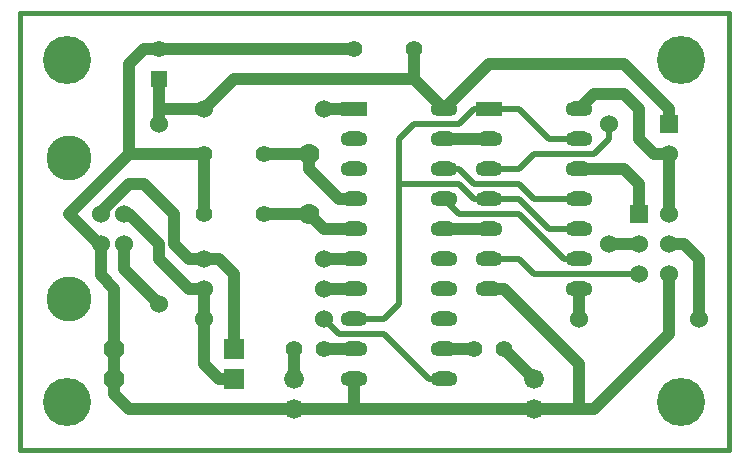
<source format=gbl>
G04 (created by PCBNEW-RS274X (2010-03-14)-final) date Sun 04 Nov 2012 01:35:52 PM CST*
G01*
G70*
G90*
%MOIN*%
G04 Gerber Fmt 3.4, Leading zero omitted, Abs format*
%FSLAX34Y34*%
G04 APERTURE LIST*
%ADD10C,0.006000*%
%ADD11C,0.015000*%
%ADD12R,0.055000X0.055000*%
%ADD13C,0.055000*%
%ADD14C,0.070000*%
%ADD15R,0.070000X0.070000*%
%ADD16R,0.090000X0.050000*%
%ADD17O,0.090000X0.050000*%
%ADD18C,0.066000*%
%ADD19R,0.060000X0.060000*%
%ADD20C,0.060000*%
%ADD21C,0.150000*%
%ADD22C,0.160000*%
%ADD23C,0.020000*%
%ADD24C,0.040000*%
G04 APERTURE END LIST*
G54D10*
G54D11*
X23622Y14567D02*
X23622Y00000D01*
X00000Y14567D02*
X23622Y14567D01*
X00000Y00000D02*
X00000Y14567D01*
X00000Y00000D02*
X23622Y00000D01*
G54D12*
X04630Y12370D03*
G54D13*
X04630Y13370D03*
X08130Y07870D03*
X06130Y07870D03*
X08130Y09870D03*
X06130Y09870D03*
X13130Y13370D03*
X11130Y13370D03*
G54D14*
X03130Y02370D03*
G54D15*
X07130Y02370D03*
G54D14*
X03130Y03370D03*
G54D15*
X07130Y03370D03*
G54D16*
X15630Y11370D03*
G54D17*
X15630Y10370D03*
X15630Y09370D03*
X15630Y08370D03*
X15630Y07370D03*
X15630Y06370D03*
X15630Y05370D03*
X18630Y05370D03*
X18630Y06370D03*
X18630Y07370D03*
X18630Y08370D03*
X18630Y09370D03*
X18630Y10370D03*
X18630Y11370D03*
G54D16*
X11130Y11370D03*
G54D17*
X11130Y10370D03*
X11130Y09370D03*
X11130Y08370D03*
X11130Y07370D03*
X11130Y06370D03*
X11130Y05370D03*
X11130Y04370D03*
X11130Y03370D03*
X11130Y02370D03*
X14130Y02370D03*
X14130Y03370D03*
X14130Y04370D03*
X14130Y05370D03*
X14130Y06370D03*
X14130Y07370D03*
X14130Y08370D03*
X14130Y09370D03*
X14130Y10370D03*
X14130Y11370D03*
G54D14*
X09630Y09870D03*
X09630Y07870D03*
G54D18*
X09130Y02370D03*
X09130Y01370D03*
X17130Y02370D03*
X17130Y01370D03*
G54D19*
X20630Y07870D03*
G54D20*
X21630Y07870D03*
X20630Y06870D03*
X21630Y06870D03*
X20630Y05870D03*
X21630Y05870D03*
G54D13*
X16130Y03370D03*
X15130Y03370D03*
X09130Y03370D03*
X10130Y03370D03*
G54D20*
X06130Y11370D03*
X10130Y11370D03*
X19630Y06870D03*
X19630Y10870D03*
X22630Y04370D03*
X18630Y04370D03*
X10130Y04370D03*
X06130Y04370D03*
X10130Y06370D03*
X06130Y06370D03*
X06130Y05370D03*
X10130Y05370D03*
G54D19*
X21630Y10870D03*
G54D20*
X21630Y09870D03*
X03480Y06870D03*
X03480Y07870D03*
X02693Y07870D03*
X02693Y06870D03*
G54D21*
X01630Y05008D03*
X01630Y09732D03*
G54D22*
X22047Y12992D03*
X22047Y01575D03*
X01575Y12992D03*
X01575Y01575D03*
G54D20*
X04630Y10870D03*
X04630Y04870D03*
G54D23*
X15630Y11370D02*
X15130Y11370D01*
X12630Y10370D02*
X12630Y08870D01*
X13130Y10870D02*
X12630Y10370D01*
X14630Y10870D02*
X13130Y10870D01*
X15130Y11370D02*
X14630Y10870D01*
X12630Y08870D02*
X12630Y04870D01*
X12130Y04370D02*
X11130Y04370D01*
X12630Y04870D02*
X12130Y04370D01*
X15630Y11370D02*
X16630Y11370D01*
X17630Y10370D02*
X18630Y10370D01*
X16630Y11370D02*
X17630Y10370D01*
X15630Y08370D02*
X16630Y08370D01*
X17630Y07370D02*
X18630Y07370D01*
X16630Y08370D02*
X17630Y07370D01*
X15630Y08370D02*
X15130Y08370D01*
X15130Y08370D02*
X14630Y08870D01*
X14630Y08870D02*
X12630Y08870D01*
G54D24*
X18630Y09370D02*
X20130Y09370D01*
X20630Y08870D02*
X20630Y07870D01*
X20130Y09370D02*
X20630Y08870D01*
X21630Y06870D02*
X22130Y06870D01*
X22630Y06370D02*
X22630Y04370D01*
X22130Y06870D02*
X22630Y06370D01*
G54D23*
X20630Y05870D02*
X17130Y05870D01*
X16630Y06370D02*
X15630Y06370D01*
X17130Y05870D02*
X16630Y06370D01*
G54D24*
X19630Y06870D02*
X20630Y06870D01*
X03130Y03370D02*
X03130Y05370D01*
X02693Y05807D02*
X03130Y05370D01*
X02693Y05807D02*
X02693Y06870D01*
X03130Y03370D02*
X03130Y02370D01*
X06130Y09870D02*
X03630Y09870D01*
X04630Y13370D02*
X11130Y13370D01*
X04630Y13370D02*
X04130Y13370D01*
X03630Y09870D02*
X03630Y10370D01*
X03630Y10370D02*
X03630Y12870D01*
X04130Y13370D02*
X03630Y12870D01*
X02693Y06870D02*
X02630Y06870D01*
X02630Y06870D02*
X01630Y07870D01*
X01630Y07870D02*
X03630Y09870D01*
X06130Y09870D02*
X06130Y07870D01*
X15630Y05370D02*
X16130Y05370D01*
X18630Y02870D02*
X18630Y01370D01*
X16130Y05370D02*
X18630Y02870D01*
X11130Y02370D02*
X11130Y01370D01*
X03130Y02370D02*
X03130Y01870D01*
X03630Y01370D02*
X09130Y01370D01*
X03130Y01870D02*
X03630Y01370D01*
X09130Y01370D02*
X11130Y01370D01*
X11130Y01370D02*
X17130Y01370D01*
X17130Y01370D02*
X18630Y01370D01*
X18630Y01370D02*
X19130Y01370D01*
X19130Y01370D02*
X21630Y03870D01*
X21630Y03870D02*
X21630Y05870D01*
X02693Y07870D02*
X02693Y07933D01*
X05630Y06370D02*
X06130Y06370D01*
X05130Y06870D02*
X05630Y06370D01*
X05130Y07870D02*
X05130Y06870D01*
X04130Y08870D02*
X05130Y07870D01*
X03630Y08870D02*
X04130Y08870D01*
X02693Y07933D02*
X03630Y08870D01*
X06130Y06370D02*
X06630Y06370D01*
X07130Y05870D02*
X07130Y03370D01*
X06630Y06370D02*
X07130Y05870D01*
G54D23*
X16630Y08870D02*
X15130Y08870D01*
X16630Y08870D02*
X17130Y08370D01*
X18630Y08370D02*
X17130Y08370D01*
X14630Y09370D02*
X14130Y09370D01*
X15130Y08870D02*
X14630Y09370D01*
G54D24*
X08130Y07870D02*
X09630Y07870D01*
X09630Y07870D02*
X10130Y07370D01*
X10130Y07370D02*
X11130Y07370D01*
X09130Y03370D02*
X09130Y02370D01*
X03480Y07870D02*
X03630Y07870D01*
X05630Y05370D02*
X06130Y05370D01*
X04630Y06370D02*
X05630Y05370D01*
X04630Y06870D02*
X04630Y06370D01*
X03630Y07870D02*
X04630Y06870D01*
X06130Y05370D02*
X06130Y04370D01*
X06130Y04370D02*
X06130Y02870D01*
X06130Y02870D02*
X06630Y02370D01*
X06630Y02370D02*
X07130Y02370D01*
X10130Y11370D02*
X11130Y11370D01*
X10130Y03370D02*
X11130Y03370D01*
G54D23*
X10130Y04370D02*
X10630Y03870D01*
X13630Y02370D02*
X14130Y02370D01*
X12130Y03870D02*
X13630Y02370D01*
X10630Y03870D02*
X12130Y03870D01*
G54D24*
X18630Y04370D02*
X18630Y05370D01*
G54D23*
X18630Y06370D02*
X18130Y06370D01*
X14630Y07870D02*
X14130Y08370D01*
X16630Y07870D02*
X14630Y07870D01*
X18130Y06370D02*
X16630Y07870D01*
G54D24*
X14130Y07370D02*
X15630Y07370D01*
X14130Y10370D02*
X15630Y10370D01*
X10130Y06370D02*
X11130Y06370D01*
X10130Y05370D02*
X11130Y05370D01*
G54D23*
X19630Y10870D02*
X19630Y10370D01*
X16630Y09370D02*
X15630Y09370D01*
X17130Y09870D02*
X16630Y09370D01*
X19130Y09870D02*
X17130Y09870D01*
X19630Y10370D02*
X19130Y09870D01*
G54D24*
X16130Y03370D02*
X17130Y02370D01*
X14130Y03370D02*
X15130Y03370D01*
X08130Y09870D02*
X09630Y09870D01*
X09630Y09870D02*
X09630Y09370D01*
X10630Y08370D02*
X11130Y08370D01*
X09630Y09370D02*
X10630Y08370D01*
X13130Y13370D02*
X13130Y12370D01*
X06130Y11370D02*
X07130Y12370D01*
X13130Y12370D02*
X14130Y11370D01*
X07130Y12370D02*
X13130Y12370D01*
X14130Y11370D02*
X15630Y12870D01*
X21630Y11370D02*
X20130Y12870D01*
X20130Y12870D02*
X15630Y12870D01*
X21630Y10870D02*
X21630Y11370D01*
X03480Y06870D02*
X03480Y06020D01*
X04630Y10870D02*
X04630Y11370D01*
X03480Y06020D02*
X04630Y04870D01*
X04630Y12370D02*
X04630Y11370D01*
X04630Y11370D02*
X06130Y11370D01*
X21630Y09870D02*
X21630Y07870D01*
X18630Y11370D02*
X19130Y11870D01*
X21130Y09870D02*
X21630Y09870D01*
X20630Y10370D02*
X21130Y09870D01*
X20630Y11370D02*
X20630Y10370D01*
X20130Y11870D02*
X20630Y11370D01*
X19130Y11870D02*
X20130Y11870D01*
M02*

</source>
